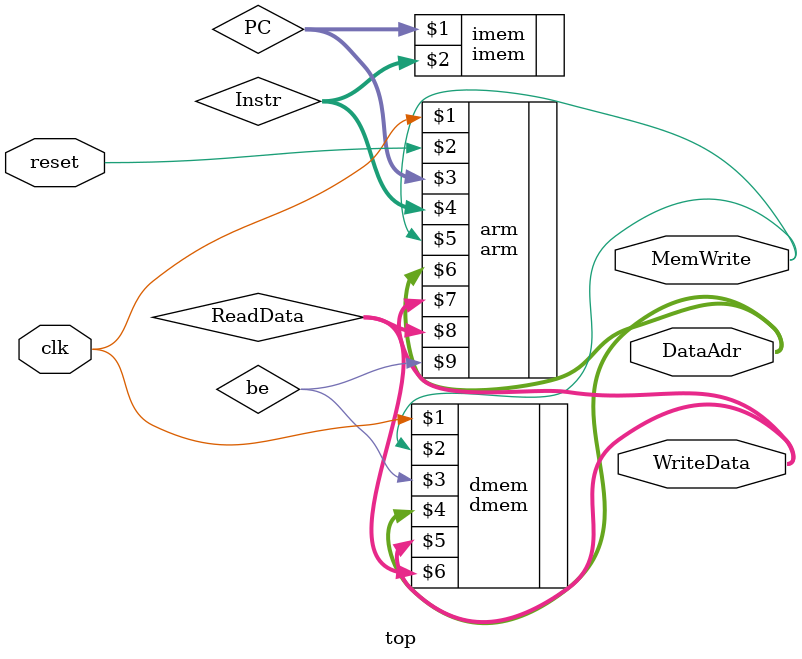
<source format=sv>
module top(
    input  logic clk, reset,
    output logic [31:0] DataAdr,
    output logic [31:0] WriteData,
    output logic MemWrite
    );

    logic [31:0] PC, Instr, ReadData;
    logic be;


    // instantiate processor and memories
    arm  arm(clk, reset, PC, Instr, MemWrite, DataAdr, WriteData, ReadData, be);
	// arm  arm(clk, reset, PC, Instr, MemWrite, ALUResult, WriteData, ReadData);

    imem imem(PC, Instr);

    dmem dmem(clk, MemWrite,be, DataAdr, WriteData, ReadData);

endmodule

</source>
